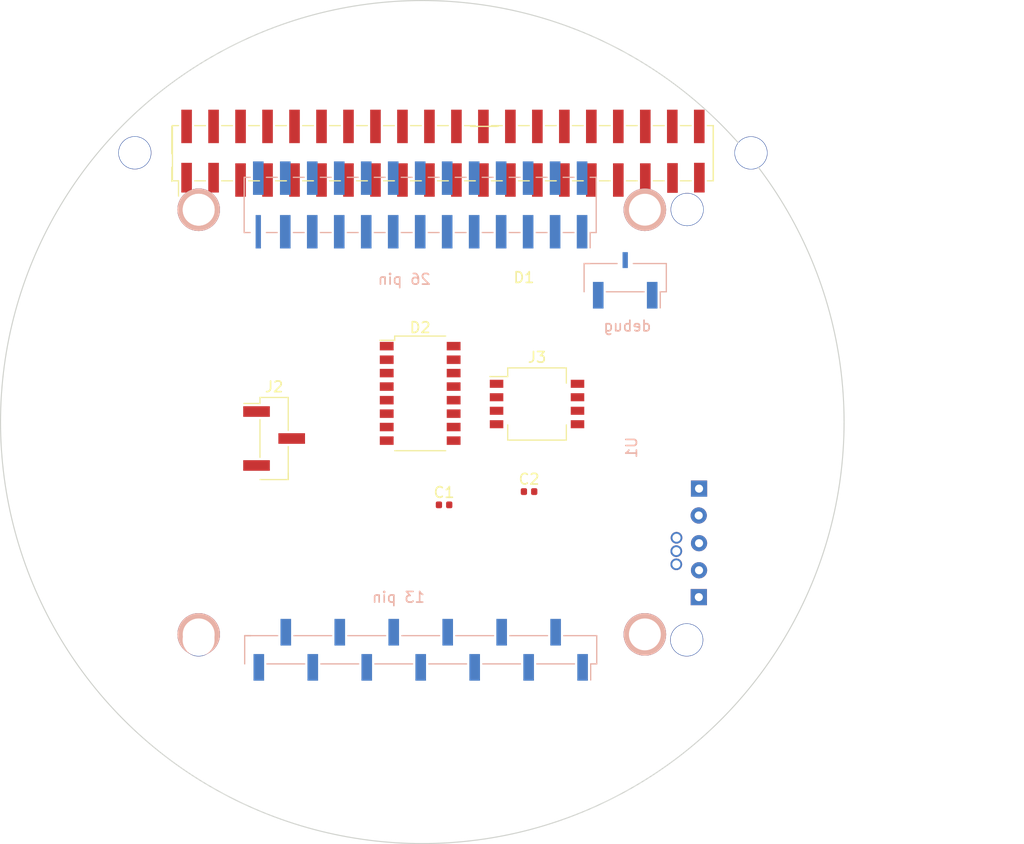
<source format=kicad_pcb>
(kicad_pcb (version 20171130) (host pcbnew 6.0.0-rc1-unknown-15e0771~66~ubuntu16.04.1)
  (layers (0 F.Cu signal) (31 B.Cu signal) (34 B.Paste user) (35 F.Paste user) (36 B.SilkS user) (37 F.SilkS user) (38 B.Mask user) (39 F.Mask user) (44 Edge.Cuts user))
  (net 0 "")
  (net 1 "Net-(C1-Pad1)")
  (net 2 "Net-(C1-Pad2)")
  (net 3 GND)
  (net 4 "Net-(C2-Pad1)")
  (net 5 i2s_SDI)
  (net 6 i2s-DIN)
  (net 7 "Net-(D1-Pad35)")
  (net 8 PA19)
  (net 9 PA18)
  (net 10 PA07)
  (net 11 "Net-(D1-Pad28)")
  (net 12 "Net-(D1-Pad27)")
  (net 13 PA10)
  (net 14 SPI1_CS)
  (net 15 SPI1_CLK)
  (net 16 PA02)
  (net 17 SPI1_MISO)
  (net 18 SPI1_MOSI)
  (net 19 IR)
  (net 20 3,3V)
  (net 21 PA03)
  (net 22 UART2_TX)
  (net 23 "Net-(D1-Pad12)")
  (net 24 UART2_RX)
  (net 25 UART1_RX)
  (net 26 UART1_TX)
  (net 27 PWM1)
  (net 28 SCK)
  (net 29 5V)
  (net 30 SDA)
  (net 31 i2s_CLK)
  (net 32 i2s_WS)
  (net 33 LL)
  (net 34 LR)
  (module Capacitor_SMD:C_0402_1005Metric (layer F.Cu) (at 105.75 99.5)
    (fp_text reference C1 (at 0 -1.17) (layer F.SilkS))
    (fp_text value "1 µF")
    (pad 1 smd roundrect (at -0.485 0) (size 0.59 0.64) (layers F.Cu F.Paste F.Mask) (net 1 "Net-(C1-Pad1)"))
    (pad 2 smd roundrect (at 0.485 0) (size 0.59 0.64) (layers F.Cu F.Paste F.Mask) (net 2 "Net-(C1-Pad2)"))
  )
  (module Capacitor_SMD:C_0402_1005Metric (layer F.Cu) (at 113.75 98.25)
    (fp_text reference C2 (at 0 -1.17) (layer F.SilkS))
    (fp_text value "1 µF")
    (pad 2 smd roundrect (at 0.485 0) (size 0.59 0.64) (layers F.Cu F.Paste F.Mask) (net 3 GND))
    (pad 1 smd roundrect (at -0.485 0) (size 0.59 0.64) (layers F.Cu F.Paste F.Mask) (net 4 "Net-(C2-Pad1)"))
  )
  (module imm:BananaPi (layer F.Cu) (at 80.24 63.78)
    (fp_text reference D1 (at 33.03 14.31) (layer F.SilkS))
    (fp_text value BananaPi)
    (fp_line (start 47.750862 -0.00161) (end 48.770862 -0.00161) (layer F.SilkS) (width 0.12))
    (fp_line (start 47.750862 5.19839) (end 48.770862 5.19839) (layer F.SilkS) (width 0.12))
    (fp_line (start 45.210862 -0.00161) (end 46.230862 -0.00161) (layer F.SilkS) (width 0.12))
    (fp_line (start 45.210862 5.19839) (end 46.230862 5.19839) (layer F.SilkS) (width 0.12))
    (fp_line (start 42.670862 -0.00161) (end 43.690862 -0.00161) (layer F.SilkS) (width 0.12))
    (fp_line (start 42.670862 5.19839) (end 43.690862 5.19839) (layer F.SilkS) (width 0.12))
    (fp_line (start 40.130862 -0.00161) (end 41.150862 -0.00161) (layer F.SilkS) (width 0.12))
    (fp_line (start 40.130862 5.19839) (end 41.150862 5.19839) (layer F.SilkS) (width 0.12))
    (fp_line (start 37.590862 -0.00161) (end 38.610862 -0.00161) (layer F.SilkS) (width 0.12))
    (fp_line (start 37.590862 5.19839) (end 38.610862 5.19839) (layer F.SilkS) (width 0.12))
    (fp_line (start 35.050862 -0.00161) (end 36.070862 -0.00161) (layer F.SilkS) (width 0.12))
    (fp_line (start 35.050862 5.19839) (end 36.070862 5.19839) (layer F.SilkS) (width 0.12))
    (fp_line (start 32.510862 -0.00161) (end 33.530862 -0.00161) (layer F.SilkS) (width 0.12))
    (fp_line (start 32.510862 5.19839) (end 33.530862 5.19839) (layer F.SilkS) (width 0.12))
    (fp_line (start 29.970862 -0.00161) (end 30.990862 -0.00161) (layer F.SilkS) (width 0.12))
    (fp_line (start 29.970862 5.19839) (end 30.990862 5.19839) (layer F.SilkS) (width 0.12))
    (fp_line (start 27.430862 -0.00161) (end 28.450862 -0.00161) (layer F.SilkS) (width 0.12))
    (fp_line (start 27.430862 5.19839) (end 28.450862 5.19839) (layer F.SilkS) (width 0.12))
    (fp_line (start 24.890862 -0.00161) (end 25.910862 -0.00161) (layer F.SilkS) (width 0.12))
    (fp_line (start 24.890862 5.19839) (end 25.910862 5.19839) (layer F.SilkS) (width 0.12))
    (fp_line (start 22.350862 -0.00161) (end 23.370862 -0.00161) (layer F.SilkS) (width 0.12))
    (fp_line (start 22.350862 5.19839) (end 23.370862 5.19839) (layer F.SilkS) (width 0.12))
    (fp_line (start 19.810862 -0.00161) (end 20.830862 -0.00161) (layer F.SilkS) (width 0.12))
    (fp_line (start 19.810862 5.19839) (end 20.830862 5.19839) (layer F.SilkS) (width 0.12))
    (fp_line (start 17.270862 -0.00161) (end 18.290862 -0.00161) (layer F.SilkS) (width 0.12))
    (fp_line (start 17.270862 5.19839) (end 18.290862 5.19839) (layer F.SilkS) (width 0.12))
    (fp_line (start 14.730862 -0.00161) (end 15.750862 -0.00161) (layer F.SilkS) (width 0.12))
    (fp_line (start 14.730862 5.19839) (end 15.750862 5.19839) (layer F.SilkS) (width 0.12))
    (fp_line (start 12.190862 -0.00161) (end 13.210862 -0.00161) (layer F.SilkS) (width 0.12))
    (fp_line (start 12.190862 5.19839) (end 13.210862 5.19839) (layer F.SilkS) (width 0.12))
    (fp_line (start 9.650862 -0.00161) (end 10.670862 -0.00161) (layer F.SilkS) (width 0.12))
    (fp_line (start 9.650862 5.19839) (end 10.670862 5.19839) (layer F.SilkS) (width 0.12))
    (fp_line (start 7.110862 -0.00161) (end 8.130862 -0.00161) (layer F.SilkS) (width 0.12))
    (fp_line (start 7.110862 5.19839) (end 8.130862 5.19839) (layer F.SilkS) (width 0.12))
    (fp_line (start 4.570862 -0.00161) (end 5.590862 -0.00161) (layer F.SilkS) (width 0.12))
    (fp_line (start 4.570862 5.19839) (end 5.590862 5.19839) (layer F.SilkS) (width 0.12))
    (fp_line (start 2.030862 -0.00161) (end 3.050862 -0.00161) (layer F.SilkS) (width 0.12))
    (fp_line (start 2.030862 5.19839) (end 3.050862 5.19839) (layer F.SilkS) (width 0.12))
    (fp_line (start 50.290862 -0.00161) (end 50.860862 -0.00161) (layer F.SilkS) (width 0.12))
    (fp_line (start 50.290862 5.19839) (end 50.860862 5.19839) (layer F.SilkS) (width 0.12))
    (fp_line (start -0.059138 -0.00161) (end 0.510862 -0.00161) (layer F.SilkS) (width 0.12))
    (fp_line (start -0.059138 5.19839) (end 0.510862 5.19839) (layer F.SilkS) (width 0.12))
    (fp_line (start 0.510862 6.63839) (end 0.510862 5.19839) (layer F.SilkS) (width 0.12))
    (fp_line (start 50.860862 5.19839) (end 50.860862 -0.00161) (layer F.SilkS) (width 0.12))
    (fp_line (start -0.059138 5.19839) (end -0.059138 -0.00161) (layer F.SilkS) (width 0.12))
    (fp_line (start -0.124312 5.25322) (end -0.124312 3.92322) (layer F.SilkS) (width 0.12))
    (fp_line (start -0.124312 2.65322) (end -0.124312 0.05322) (layer F.SilkS) (width 0.12))
    (fp_line (start 30.594082 0.072702) (end 27.994082 0.072702) (layer F.SilkS) (width 0.12))
    (fp_line (start 50.845688 5.19322) (end 50.845688 -0.00678) (layer F.SilkS) (width 0.12))
    (pad 40 smd rect (at 49.530862 0.07339 90) (size 3.15 1) (layers F.Cu F.Paste F.Mask) (net 5 i2s_SDI))
    (pad 39 smd rect (at 49.54 4.9 90) (size 2.8 1) (layers F.Cu F.Paste F.Mask))
    (pad 38 smd rect (at 46.990862 0.07339 90) (size 3.15 1) (layers F.Cu F.Paste F.Mask) (net 6 i2s-DIN))
    (pad 37 smd rect (at 47.01 4.93 90) (size 2.8 1) (layers F.Cu F.Paste F.Mask))
    (pad 36 smd rect (at 44.450862 0.07339 90) (size 3.15 1) (layers F.Cu F.Paste F.Mask))
    (pad 35 smd rect (at 44.450862 5.12339 90) (size 3.15 1) (layers F.Cu F.Paste F.Mask) (net 7 "Net-(D1-Pad35)"))
    (pad 34 smd rect (at 41.910862 0.07339 90) (size 3.15 1) (layers F.Cu F.Paste F.Mask))
    (pad 33 smd rect (at 41.910862 5.12339 90) (size 3.15 1) (layers F.Cu F.Paste F.Mask) (net 8 PA19))
    (pad 32 smd rect (at 39.370862 0.07339 90) (size 3.15 1) (layers F.Cu F.Paste F.Mask))
    (pad 31 smd rect (at 39.370862 5.12339 90) (size 3.15 1) (layers F.Cu F.Paste F.Mask) (net 9 PA18))
    (pad 30 smd rect (at 36.830862 0.07339 90) (size 3.15 1) (layers F.Cu F.Paste F.Mask))
    (pad 29 smd rect (at 36.830862 5.12339 90) (size 3.15 1) (layers F.Cu F.Paste F.Mask) (net 10 PA07))
    (pad 28 smd rect (at 34.290862 0.07339 90) (size 3.15 1) (layers F.Cu F.Paste F.Mask) (net 11 "Net-(D1-Pad28)"))
    (pad 27 smd rect (at 34.290862 5.12339 90) (size 3.15 1) (layers F.Cu F.Paste F.Mask) (net 12 "Net-(D1-Pad27)"))
    (pad 26 smd rect (at 31.750862 0.07339 90) (size 3.15 1) (layers F.Cu F.Paste F.Mask) (net 13 PA10))
    (pad 25 smd rect (at 31.750862 5.12339 90) (size 3.15 1) (layers F.Cu F.Paste F.Mask))
    (pad 24 smd rect (at 29.210862 0.07339 90) (size 3.15 1) (layers F.Cu F.Paste F.Mask) (net 14 SPI1_CS))
    (pad 23 smd rect (at 29.210862 5.12339 90) (size 3.15 1) (layers F.Cu F.Paste F.Mask) (net 15 SPI1_CLK))
    (pad 22 smd rect (at 26.670862 0.07339 90) (size 3.15 1) (layers F.Cu F.Paste F.Mask) (net 16 PA02))
    (pad 21 smd rect (at 26.670862 5.12339 90) (size 3.15 1) (layers F.Cu F.Paste F.Mask) (net 17 SPI1_MISO))
    (pad 20 smd rect (at 24.130862 0.07339 90) (size 3.15 1) (layers F.Cu F.Paste F.Mask))
    (pad 19 smd rect (at 24.130862 5.12339 90) (size 3.15 1) (layers F.Cu F.Paste F.Mask) (net 18 SPI1_MOSI))
    (pad 18 smd rect (at 21.590862 0.07339 90) (size 3.15 1) (layers F.Cu F.Paste F.Mask) (net 19 IR))
    (pad 17 smd rect (at 21.590862 5.12339 90) (size 3.15 1) (layers F.Cu F.Paste F.Mask) (net 20 3,3V))
    (pad 16 smd rect (at 19.050862 0.07339 90) (size 3.15 1) (layers F.Cu F.Paste F.Mask))
    (pad 15 smd rect (at 19.050862 5.12339 90) (size 3.15 1) (layers F.Cu F.Paste F.Mask) (net 21 PA03))
    (pad 14 smd rect (at 16.510862 0.07339 90) (size 3.15 1) (layers F.Cu F.Paste F.Mask))
    (pad 13 smd rect (at 16.510862 5.12339 90) (size 3.15 1) (layers F.Cu F.Paste F.Mask) (net 22 UART2_TX))
    (pad 12 smd rect (at 13.970862 0.07339 90) (size 3.15 1) (layers F.Cu F.Paste F.Mask) (net 23 "Net-(D1-Pad12)"))
    (pad 11 smd rect (at 13.970862 5.12339 90) (size 3.15 1) (layers F.Cu F.Paste F.Mask) (net 24 UART2_RX))
    (pad 10 smd rect (at 11.430862 0.07339 90) (size 3.15 1) (layers F.Cu F.Paste F.Mask) (net 25 UART1_RX))
    (pad 9 smd rect (at 11.430862 5.12339 90) (size 3.15 1) (layers F.Cu F.Paste F.Mask))
    (pad 8 smd rect (at 8.890862 0.07339 90) (size 3.15 1) (layers F.Cu F.Paste F.Mask) (net 26 UART1_TX))
    (pad 7 smd rect (at 8.890862 5.12339 90) (size 3.15 1) (layers F.Cu F.Paste F.Mask) (net 27 PWM1))
    (pad 6 smd rect (at 6.350862 0.07339 90) (size 3.15 1) (layers F.Cu F.Paste F.Mask))
    (pad 5 smd rect (at 6.350862 5.12339 90) (size 3.15 1) (layers F.Cu F.Paste F.Mask) (net 28 SCK))
    (pad 4 smd rect (at 3.810862 0.07339 90) (size 3.15 1) (layers F.Cu F.Paste F.Mask) (net 29 5V))
    (pad 3 smd rect (at 3.810862 4.90339 90) (size 2.8 1) (layers F.Cu F.Paste F.Mask) (net 30 SDA))
    (pad 2 smd rect (at 1.270862 0.07339 90) (size 3.15 1) (layers F.Cu F.Paste F.Mask))
    (pad 1 smd rect (at 1.270862 4.90339 90) (size 2.8 1) (layers F.Cu F.Paste F.Mask))
    (pad 303 thru_hole circle (at 47.37 41.32) (size 1.1 1.1) (drill 0.762) (layers *.Cu *.Mask))
    (pad 302 thru_hole circle (at 47.37 40.08) (size 1.1 1.1) (drill 0.762) (layers *.Cu *.Mask))
    (pad 301 thru_hole circle (at 47.39 38.82) (size 1.1 1.1) (drill 0.762) (layers *.Cu *.Mask))
    (pad 101 thru_hole rect (at 49.49 44.41) (size 1.524 1.524) (drill 0.762) (layers *.Cu *.Mask))
    (pad 102 thru_hole circle (at 49.51 41.88) (size 1.524 1.524) (drill 0.762) (layers *.Cu *.Mask))
    (pad 103 thru_hole circle (at 49.51 39.33) (size 1.524 1.524) (drill 0.762) (layers *.Cu *.Mask))
    (pad 201 thru_hole rect (at 49.51 34.19) (size 1.524 1.524) (drill 0.762) (layers *.Cu *.Mask))
    (pad 202 thru_hole circle (at 49.48 36.72) (size 1.524 1.524) (drill 0.762) (layers *.Cu *.Mask))
    (pad "" thru_hole circle (at 48.35 48.44) (size 3.1 3.1) (drill 3) (layers *.Cu *.Mask))
    (pad "" thru_hole circle (at 2.4 48.44) (size 3.1 3.1) (drill 3) (layers *.Cu *.Mask))
    (pad "" thru_hole circle (at 2.41 7.92) (size 3.1 3.1) (drill 3) (layers *.Cu *.Mask))
    (pad "" thru_hole circle (at 48.39 7.9) (size 3.1 3.1) (drill 3) (layers *.Cu *.Mask))
    (pad "" thru_hole circle (at -3.6 2.56) (size 3.1 3.1) (drill 3) (layers *.Cu *.Mask))
    (pad "" thru_hole circle (at 54.4 2.57) (size 3.1 3.1) (drill 3) (layers *.Cu *.Mask))
  )
  (module Package_SO:SOP-16_4.4x10.4mm_P1.27mm (layer F.Cu) (at 103.5 89)
    (fp_text reference D2 (at 0 -6.2) (layer F.SilkS))
    (fp_text value ES9023)
    (fp_line (start -2.4 -5.4) (end -2.4 -5) (layer F.SilkS) (width 0.12))
    (fp_line (start -2.4 -5) (end -3.8 -5) (layer F.SilkS) (width 0.12))
    (fp_line (start -2.4 -5.4) (end 2.4 -5.4) (layer F.SilkS) (width 0.12))
    (fp_line (start -2.4 5.4) (end 2.4 5.4) (layer F.SilkS) (width 0.12))
    (pad 1 smd rect (at -3.15 -4.45) (size 1.3 0.8) (layers F.Cu F.Paste F.Mask) (net 31 i2s_CLK))
    (pad 2 smd rect (at -3.15 -3.17) (size 1.3 0.8) (layers F.Cu F.Paste F.Mask) (net 32 i2s_WS))
    (pad 3 smd rect (at -3.15 -1.91) (size 1.3 0.8) (layers F.Cu F.Paste F.Mask) (net 5 i2s_SDI))
    (pad 4 smd rect (at -3.15 -0.64) (size 1.3 0.8) (layers F.Cu F.Paste F.Mask))
    (pad 5 smd rect (at -3.15 0.64) (size 1.3 0.8) (layers F.Cu F.Paste F.Mask) (net 20 3,3V))
    (pad 6 smd rect (at -3.15 1.91) (size 1.3 0.8) (layers F.Cu F.Paste F.Mask) (net 20 3,3V))
    (pad 7 smd rect (at -3.15 3.17) (size 1.3 0.8) (layers F.Cu F.Paste F.Mask) (net 33 LL))
    (pad 8 smd rect (at -3.15 4.45) (size 1.3 0.8) (layers F.Cu F.Paste F.Mask) (net 34 LR))
    (pad 9 smd rect (at 3.15 4.45) (size 1.3 0.8) (layers F.Cu F.Paste F.Mask) (net 2 "Net-(C1-Pad2)"))
    (pad 10 smd rect (at 3.15 3.17) (size 1.3 0.8) (layers F.Cu F.Paste F.Mask) (net 1 "Net-(C1-Pad1)"))
    (pad 11 smd rect (at 3.15 1.91) (size 1.3 0.8) (layers F.Cu F.Paste F.Mask) (net 4 "Net-(C2-Pad1)"))
    (pad 12 smd rect (at 3.15 0.64) (size 1.3 0.8) (layers F.Cu F.Paste F.Mask) (net 3 GND))
    (pad 13 smd rect (at 3.15 -0.64) (size 1.3 0.8) (layers F.Cu F.Paste F.Mask))
    (pad 14 smd rect (at 3.15 -1.91) (size 1.3 0.8) (layers F.Cu F.Paste F.Mask) (net 3 GND))
    (pad 15 smd rect (at 3.15 -3.17) (size 1.3 0.8) (layers F.Cu F.Paste F.Mask))
    (pad 16 smd rect (at 3.15 -4.45) (size 1.3 0.8) (layers F.Cu F.Paste F.Mask))
  )
  (module Connector_PinHeader_2.54mm:PinHeader_1x03_P2.54mm_Vertical_SMD_Pin1Left (layer F.Cu) (at 89.75 93.25)
    (fp_text reference J2 (at 0 -4.87) (layer F.SilkS))
    (fp_text value i2s)
    (fp_line (start -1.33 -3.87) (end 1.33 -3.87) (layer F.SilkS) (width 0.12))
    (fp_line (start -1.33 3.87) (end 1.33 3.87) (layer F.SilkS) (width 0.12))
    (fp_line (start 1.33 -3.87) (end 1.33 -0.76) (layer F.SilkS) (width 0.12))
    (fp_line (start -1.33 -3.3) (end -2.85 -3.3) (layer F.SilkS) (width 0.12))
    (fp_line (start -1.33 -3.87) (end -1.33 -3.3) (layer F.SilkS) (width 0.12))
    (fp_line (start 1.33 3.3) (end 1.33 3.87) (layer F.SilkS) (width 0.12))
    (fp_line (start 1.33 0.76) (end 1.33 3.87) (layer F.SilkS) (width 0.12))
    (fp_line (start -1.33 -1.78) (end -1.33 1.78) (layer F.SilkS) (width 0.12))
    (pad 1 smd rect (at -1.655 -2.54) (size 2.51 1) (layers F.Cu F.Paste F.Mask) (net 32 i2s_WS))
    (pad 3 smd rect (at -1.655 2.54) (size 2.51 1) (layers F.Cu F.Paste F.Mask) (net 6 i2s-DIN))
    (pad 2 smd rect (at 1.655 0) (size 2.51 1) (layers F.Cu F.Paste F.Mask) (net 31 i2s_CLK))
  )
  (module Button_Switch_SMD:SW_DIP_SPSTx04_Slide_KingTek_DSHP04TS_W7.62mm_P1.27mm (layer F.Cu) (at 114.5 90)
    (fp_text reference J3 (at 0 -4.4) (layer F.SilkS))
    (fp_text value BananaPi/RaspberryPi)
    (fp_line (start -2.76 3.401) (end 2.76 3.401) (layer F.SilkS) (width 0.12))
    (fp_line (start -4.446 -2.585) (end -2.76 -2.585) (layer F.SilkS) (width 0.12))
    (fp_line (start -2.76 -3.401) (end -2.76 -2.585) (layer F.SilkS) (width 0.12))
    (fp_line (start -2.76 -3.401) (end 2.76 -3.401) (layer F.SilkS) (width 0.12))
    (fp_line (start 2.76 -3.401) (end 2.76 -1.966) (layer F.SilkS) (width 0.12))
    (fp_line (start -2.76 1.966) (end -2.76 3.401) (layer F.SilkS) (width 0.12))
    (fp_line (start 2.76 1.966) (end 2.76 3.401) (layer F.SilkS) (width 0.12))
    (pad 1 smd rect (at -3.81 -1.905) (size 1.27 0.76) (layers F.Cu F.Paste F.Mask) (net 32 i2s_WS))
    (pad 5 smd rect (at 3.81 1.905) (size 1.27 0.76) (layers F.Cu F.Paste F.Mask) (net 12 "Net-(D1-Pad27)"))
    (pad 2 smd rect (at -3.81 -0.635) (size 1.27 0.76) (layers F.Cu F.Paste F.Mask) (net 31 i2s_CLK))
    (pad 6 smd rect (at 3.81 0.635) (size 1.27 0.76) (layers F.Cu F.Paste F.Mask) (net 11 "Net-(D1-Pad28)"))
    (pad 3 smd rect (at -3.81 0.635) (size 1.27 0.76) (layers F.Cu F.Paste F.Mask) (net 32 i2s_WS))
    (pad 7 smd rect (at 3.81 -0.635) (size 1.27 0.76) (layers F.Cu F.Paste F.Mask) (net 7 "Net-(D1-Pad35)"))
    (pad 4 smd rect (at -3.81 1.905) (size 1.27 0.76) (layers F.Cu F.Paste F.Mask) (net 31 i2s_CLK))
    (pad 8 smd rect (at 3.81 -1.905) (size 1.27 0.76) (layers F.Cu F.Paste F.Mask) (net 23 "Net-(D1-Pad12)"))
  )
  (module imm:OPiZeroSMD (layer B.Cu) (at 79.65 114.7 90)
    (fp_text reference U1 (at 20.6 43.75 90) (layer B.SilkS) (effects (justify mirror)))
    (fp_text value OPiZero-imm_lib)
    (fp_text user debug (at 32.05 43.35) (layer B.SilkS) (effects (justify mirror)))
    (fp_text user "26 pin" (at 36.45 22.35) (layer B.SilkS) (effects (justify mirror)))
    (fp_text user "13 pin" (at 6.5 21.8) (layer B.SilkS) (effects (justify mirror)))
    (fp_line (start 40.85 40.42) (end 46.05 40.42) (layer B.SilkS) (width 0.12))
    (fp_line (start 40.85 7.28) (end 46.05 7.28) (layer B.SilkS) (width 0.12))
    (fp_line (start 39.41 39.85) (end 40.85 39.85) (layer B.SilkS) (width 0.12))
    (fp_line (start 40.85 40.42) (end 40.85 39.85) (layer B.SilkS) (width 0.12))
    (fp_line (start 46.05 40.42) (end 46.05 39.85) (layer B.SilkS) (width 0.12))
    (fp_line (start 40.85 7.85) (end 40.85 7.28) (layer B.SilkS) (width 0.12))
    (fp_line (start 46.05 7.85) (end 46.05 7.28) (layer B.SilkS) (width 0.12))
    (fp_line (start 40.85 38.33) (end 40.85 37.31) (layer B.SilkS) (width 0.12))
    (fp_line (start 46.05 38.33) (end 46.05 37.31) (layer B.SilkS) (width 0.12))
    (fp_line (start 40.85 35.79) (end 40.85 34.77) (layer B.SilkS) (width 0.12))
    (fp_line (start 46.05 35.79) (end 46.05 34.77) (layer B.SilkS) (width 0.12))
    (fp_line (start 40.85 33.25) (end 40.85 32.23) (layer B.SilkS) (width 0.12))
    (fp_line (start 46.05 33.25) (end 46.05 32.23) (layer B.SilkS) (width 0.12))
    (fp_line (start 40.85 30.71) (end 40.85 29.69) (layer B.SilkS) (width 0.12))
    (fp_line (start 46.05 30.71) (end 46.05 29.69) (layer B.SilkS) (width 0.12))
    (fp_line (start 40.85 28.17) (end 40.85 27.15) (layer B.SilkS) (width 0.12))
    (fp_line (start 46.05 28.17) (end 46.05 27.15) (layer B.SilkS) (width 0.12))
    (fp_line (start 40.85 25.63) (end 40.85 24.61) (layer B.SilkS) (width 0.12))
    (fp_line (start 46.05 25.63) (end 46.05 24.61) (layer B.SilkS) (width 0.12))
    (fp_line (start 40.85 23.09) (end 40.85 22.07) (layer B.SilkS) (width 0.12))
    (fp_line (start 46.05 23.09) (end 46.05 22.07) (layer B.SilkS) (width 0.12))
    (fp_line (start 40.85 20.55) (end 40.85 19.53) (layer B.SilkS) (width 0.12))
    (fp_line (start 46.05 20.55) (end 46.05 19.53) (layer B.SilkS) (width 0.12))
    (fp_line (start 40.85 18.01) (end 40.85 16.99) (layer B.SilkS) (width 0.12))
    (fp_line (start 46.05 18.01) (end 46.05 16.99) (layer B.SilkS) (width 0.12))
    (fp_line (start 40.85 15.47) (end 40.85 14.45) (layer B.SilkS) (width 0.12))
    (fp_line (start 46.05 15.47) (end 46.05 14.45) (layer B.SilkS) (width 0.12))
    (fp_line (start 40.85 12.93) (end 40.85 11.91) (layer B.SilkS) (width 0.12))
    (fp_line (start 46.05 12.93) (end 46.05 11.91) (layer B.SilkS) (width 0.12))
    (fp_line (start 40.85 10.39) (end 40.85 9.37) (layer B.SilkS) (width 0.12))
    (fp_line (start 46.05 10.39) (end 46.05 9.37) (layer B.SilkS) (width 0.12))
    (fp_line (start 0.22 40.47) (end 2.88 40.47) (layer B.SilkS) (width 0.12))
    (fp_line (start 0.22 7.33) (end 2.88 7.33) (layer B.SilkS) (width 0.12))
    (fp_line (start 2.88 40.47) (end 2.88 37.36) (layer B.SilkS) (width 0.12))
    (fp_line (start 0.22 39.9) (end -1.3 39.9) (layer B.SilkS) (width 0.12))
    (fp_line (start 0.22 40.47) (end 0.22 39.9) (layer B.SilkS) (width 0.12))
    (fp_line (start 2.88 7.9) (end 2.88 7.33) (layer B.SilkS) (width 0.12))
    (fp_line (start 2.88 35.84) (end 2.88 32.28) (layer B.SilkS) (width 0.12))
    (fp_line (start 2.88 30.76) (end 2.88 27.2) (layer B.SilkS) (width 0.12))
    (fp_line (start 2.88 25.68) (end 2.88 22.12) (layer B.SilkS) (width 0.12))
    (fp_line (start 2.88 20.6) (end 2.88 17.04) (layer B.SilkS) (width 0.12))
    (fp_line (start 2.88 15.52) (end 2.88 11.96) (layer B.SilkS) (width 0.12))
    (fp_line (start 2.88 10.44) (end 2.88 7.33) (layer B.SilkS) (width 0.12))
    (fp_line (start 0.22 38.38) (end 0.22 34.82) (layer B.SilkS) (width 0.12))
    (fp_line (start 0.22 33.3) (end 0.22 29.74) (layer B.SilkS) (width 0.12))
    (fp_line (start 0.22 28.22) (end 0.22 24.66) (layer B.SilkS) (width 0.12))
    (fp_line (start 0.22 23.14) (end 0.22 19.58) (layer B.SilkS) (width 0.12))
    (fp_line (start 0.22 18.06) (end 0.22 14.5) (layer B.SilkS) (width 0.12))
    (fp_line (start 0.22 12.98) (end 0.22 9.42) (layer B.SilkS) (width 0.12))
    (fp_line (start 35.27 47.02) (end 37.93 47.02) (layer B.SilkS) (width 0.12))
    (fp_line (start 35.27 39.28) (end 37.93 39.28) (layer B.SilkS) (width 0.12))
    (fp_line (start 37.93 47.02) (end 37.93 43.91) (layer B.SilkS) (width 0.12))
    (fp_line (start 35.27 46.45) (end 33.75 46.45) (layer B.SilkS) (width 0.12))
    (fp_line (start 35.27 47.02) (end 35.27 46.45) (layer B.SilkS) (width 0.12))
    (fp_line (start 37.93 39.85) (end 37.93 39.28) (layer B.SilkS) (width 0.12))
    (fp_line (start 37.93 42.39) (end 37.93 39.28) (layer B.SilkS) (width 0.12))
    (fp_line (start 35.27 44.93) (end 35.27 41.37) (layer B.SilkS) (width 0.12))
    (pad "" thru_hole circle (at 43 45 90) (size 4 4) (drill 3) (layers *.Cu *.Mask B.SilkS))
    (pad 126 smd rect (at 40.925 39.09 90) (size 3.15 1) (layers B.Cu B.Paste B.Mask) (net 13 PA10))
    (pad 125 smd rect (at 45.975 39.09 90) (size 3.15 1) (layers B.Cu B.Paste B.Mask) (net 3 GND))
    (pad 124 smd rect (at 40.925 36.55 90) (size 3.15 1) (layers B.Cu B.Paste B.Mask) (net 14 SPI1_CS))
    (pad 123 smd rect (at 45.975 36.55 90) (size 3.15 1) (layers B.Cu B.Paste B.Mask) (net 15 SPI1_CLK))
    (pad 122 smd rect (at 40.925 34.01 90) (size 3.15 1) (layers B.Cu B.Paste B.Mask) (net 16 PA02))
    (pad 121 smd rect (at 45.975 34.01 90) (size 3.15 1) (layers B.Cu B.Paste B.Mask) (net 17 SPI1_MISO))
    (pad 120 smd rect (at 40.925 31.47 90) (size 3.15 1) (layers B.Cu B.Paste B.Mask) (net 3 GND))
    (pad 119 smd rect (at 45.975 31.47 90) (size 3.15 1) (layers B.Cu B.Paste B.Mask) (net 18 SPI1_MOSI))
    (pad 118 smd rect (at 40.925 28.93 90) (size 3.15 1) (layers B.Cu B.Paste B.Mask) (net 9 PA18))
    (pad 117 smd rect (at 45.975 28.93 90) (size 3.15 1) (layers B.Cu B.Paste B.Mask))
    (pad 116 smd rect (at 40.925 26.39 90) (size 3.15 1) (layers B.Cu B.Paste B.Mask) (net 8 PA19))
    (pad 115 smd rect (at 45.975 26.39 90) (size 3.15 1) (layers B.Cu B.Paste B.Mask) (net 21 PA03))
    (pad 114 smd rect (at 40.925 23.85 90) (size 3.15 1) (layers B.Cu B.Paste B.Mask) (net 3 GND))
    (pad 113 smd rect (at 45.975 23.85 90) (size 3.15 1) (layers B.Cu B.Paste B.Mask) (net 22 UART2_TX))
    (pad 112 smd rect (at 40.925 21.31 90) (size 3.15 1) (layers B.Cu B.Paste B.Mask) (net 10 PA07))
    (pad 111 smd rect (at 45.975 21.31 90) (size 3.15 1) (layers B.Cu B.Paste B.Mask) (net 24 UART2_RX))
    (pad 110 smd rect (at 40.925 18.77 90) (size 3.15 1) (layers B.Cu B.Paste B.Mask) (net 25 UART1_RX))
    (pad 109 smd rect (at 45.975 18.77 90) (size 3.15 1) (layers B.Cu B.Paste B.Mask) (net 3 GND))
    (pad 108 smd rect (at 40.925 16.23 90) (size 3.15 1) (layers B.Cu B.Paste B.Mask) (net 26 UART1_TX))
    (pad 107 smd rect (at 45.975 16.23 90) (size 3.15 1) (layers B.Cu B.Paste B.Mask) (net 27 PWM1))
    (pad 106 smd rect (at 40.925 13.69 90) (size 3.15 1) (layers B.Cu B.Paste B.Mask) (net 3 GND))
    (pad 105 smd rect (at 45.975 13.69 90) (size 3.15 1) (layers B.Cu B.Paste B.Mask) (net 28 SCK))
    (pad 104 smd rect (at 40.925 11.15 90) (size 3.15 1) (layers B.Cu B.Paste B.Mask) (net 29 5V))
    (pad 103 smd rect (at 45.975 11.15 90) (size 3.15 1) (layers B.Cu B.Paste B.Mask) (net 30 SDA))
    (pad 102 smd rect (at 40.925 8.61 90) (size 3.15 0.5) (layers B.Cu B.Paste B.Mask) (net 29 5V))
    (pad 101 smd rect (at 45.975 8.61 90) (size 3.15 1) (layers B.Cu B.Paste B.Mask) (net 20 3,3V))
    (pad 1 smd rect (at -0.105 39.14 90) (size 2.51 1) (layers B.Cu B.Paste B.Mask))
    (pad 3 smd rect (at -0.105 34.06 90) (size 2.51 1) (layers B.Cu B.Paste B.Mask))
    (pad 5 smd rect (at -0.105 28.98 90) (size 2.51 1) (layers B.Cu B.Paste B.Mask))
    (pad 7 smd rect (at -0.105 23.9 90) (size 2.51 1) (layers B.Cu B.Paste B.Mask) (net 34 LR))
    (pad 9 smd rect (at -0.105 18.82 90) (size 2.51 1) (layers B.Cu B.Paste B.Mask))
    (pad 11 smd rect (at -0.105 13.74 90) (size 2.51 1) (layers B.Cu B.Paste B.Mask))
    (pad 13 smd rect (at -0.105 8.66 90) (size 2.51 1) (layers B.Cu B.Paste B.Mask) (net 19 IR))
    (pad 2 smd rect (at 3.205 36.6 90) (size 2.51 1) (layers B.Cu B.Paste B.Mask) (net 3 GND))
    (pad 4 smd rect (at 3.205 31.52 90) (size 2.51 1) (layers B.Cu B.Paste B.Mask))
    (pad 6 smd rect (at 3.205 26.44 90) (size 2.51 1) (layers B.Cu B.Paste B.Mask))
    (pad 8 smd rect (at 3.205 21.36 90) (size 2.51 1) (layers B.Cu B.Paste B.Mask) (net 33 LL))
    (pad 10 smd rect (at 3.205 16.28 90) (size 2.51 1) (layers B.Cu B.Paste B.Mask))
    (pad 12 smd rect (at 3.205 11.2 90) (size 2.51 1) (layers B.Cu B.Paste B.Mask))
    (pad 201 smd rect (at 34.945 45.69 90) (size 2.51 1) (layers B.Cu B.Paste B.Mask) (net 3 GND))
    (pad 203 smd rect (at 34.945 40.61 90) (size 2.51 1) (layers B.Cu B.Paste B.Mask))
    (pad 202 smd rect (at 38.255 43.15 90) (size 1.5 0.5) (layers B.Cu B.Paste B.Mask))
    (pad "" thru_hole circle (at 3 45 90) (size 4 4) (drill 3) (layers *.Cu *.Mask B.SilkS))
    (pad "" thru_hole circle (at 3 3 90) (size 4 4) (drill 3) (layers *.Cu *.Mask B.SilkS))
    (pad "" thru_hole circle (at 43 3 90) (size 4 4) (drill 3) (layers *.Cu *.Mask B.SilkS))
  )
  (gr_circle (center 103.7 91.7) (end 143.4 92.2) (layer Edge.Cuts) (width 0.1))
)
</source>
